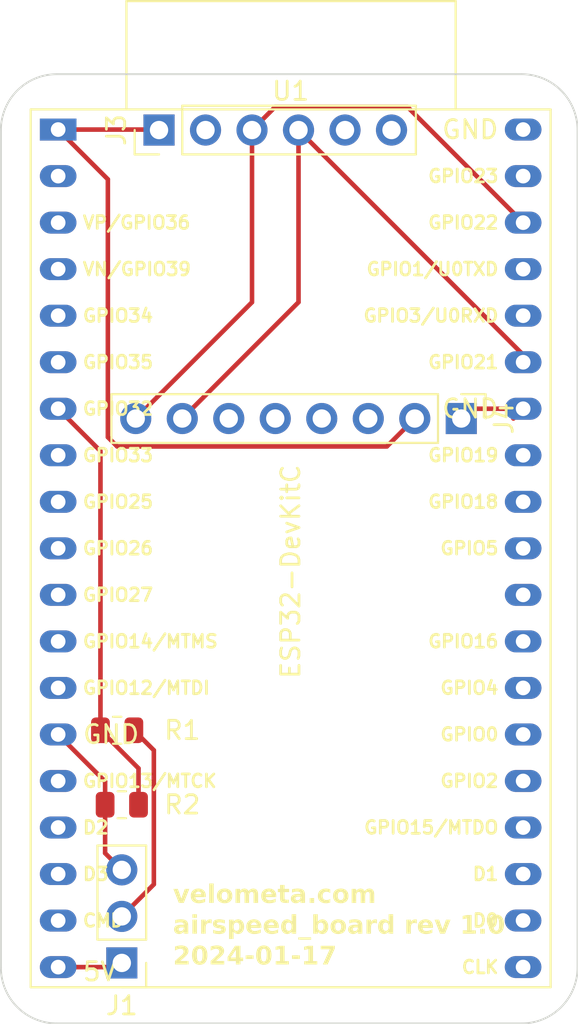
<source format=kicad_pcb>
(kicad_pcb (version 20221018) (generator pcbnew)
  (layers (0 "F.Cu" signal) (31 "B.Cu" signal) (34 "B.Paste" user) (35 "F.Paste" user) (36 "B.SilkS" user "B.Silkscreen") (37 "F.SilkS" user "F.Silkscreen") (38 "B.Mask" user) (39 "F.Mask" user) (44 "Edge.Cuts" user))
  (net 0 "")
  (net 1 "Net-(J1-Pin_2)")
  (net 2 "GND")
  (net 3 "SCL")
  (net 4 "SDA")
  (net 7 "+5V")
  (net 8 "+3.3V")
  (net 9 "Net-(U1-32K_XP{slash}GPIO32{slash}ADC1_CH4)")
  (footprint "Connector_PinHeader_2.54mm:PinHeader_1x08_P2.54mm_Vertical" (layer "F.Cu") (at 111.252 60.96 -90)
    (fp_text reference "J4" (at 0 -2.33 90) (layer "F.SilkS"))
    (fp_text value "Conn_01x08_Pin" hide)
    (fp_line (start -1.33 -1.33) (end 0 -1.33) (stroke (width 0.12)) (layer "F.SilkS"))
    (fp_line (start -1.33 0) (end -1.33 -1.33) (stroke (width 0.12)) (layer "F.SilkS"))
    (fp_line (start -1.33 1.27) (end -1.33 19.11) (stroke (width 0.12)) (layer "F.SilkS"))
    (fp_line (start -1.33 1.27) (end 1.33 1.27) (stroke (width 0.12)) (layer "F.SilkS"))
    (fp_line (start -1.33 19.11) (end 1.33 19.11) (stroke (width 0.12)) (layer "F.SilkS"))
    (fp_line (start 1.33 1.27) (end 1.33 19.11) (stroke (width 0.12)) (layer "F.SilkS"))
    (pad "1" thru_hole rect (at 0 0 270) (size 1.7 1.7) (drill 1) (layers "*.Cu" "*.Mask") (net 2 "GND"))
    (pad "2" thru_hole oval (at 0 2.54 270) (size 1.7 1.7) (drill 1) (layers "*.Cu" "*.Mask") (net 8 "+3.3V"))
    (pad "3" thru_hole oval (at 0 5.08 270) (size 1.7 1.7) (drill 1) (layers "*.Cu" "*.Mask"))
    (pad "4" thru_hole oval (at 0 7.62 270) (size 1.7 1.7) (drill 1) (layers "*.Cu" "*.Mask"))
    (pad "5" thru_hole oval (at 0 10.16 270) (size 1.7 1.7) (drill 1) (layers "*.Cu" "*.Mask"))
    (pad "6" thru_hole oval (at 0 12.7 270) (size 1.7 1.7) (drill 1) (layers "*.Cu" "*.Mask"))
    (pad "7" thru_hole oval (at 0 15.24 270) (size 1.7 1.7) (drill 1) (layers "*.Cu" "*.Mask") (net 4 "SDA"))
    (pad "8" thru_hole oval (at 0 17.78 270) (size 1.7 1.7) (drill 1) (layers "*.Cu" "*.Mask") (net 3 "SCL"))
  )
  (footprint "Resistor_SMD:R_0805_2012Metric" (layer "F.Cu") (at 92.456 77.978 180)
    (fp_text reference "R1" (at -3.556 0) (layer "F.SilkS"))
    (fp_text value "4k7")
    (fp_line (start -0.227064 -0.735) (end 0.227064 -0.735) (stroke (width 0.12)) (layer "F.SilkS"))
    (fp_line (start -0.227064 0.735) (end 0.227064 0.735) (stroke (width 0.12)) (layer "F.SilkS"))
    (pad "1" smd roundrect (at -0.9125 0 180) (size 1.025 1.4) (layers "F.Cu" "F.Paste" "F.Mask") (roundrect_rratio 0.243902439) (net 1 "Net-(J1-Pin_2)"))
    (pad "2" smd roundrect (at 0.9125 0 180) (size 1.025 1.4) (layers "F.Cu" "F.Paste" "F.Mask") (roundrect_rratio 0.243902439) (net 9 "Net-(U1-32K_XP{slash}GPIO32{slash}ADC1_CH4)"))
  )
  (footprint "Resistor_SMD:R_0805_2012Metric" (layer "F.Cu") (at 92.71 82.042 180)
    (fp_text reference "R2" (at -3.302 0) (layer "F.SilkS"))
    (fp_text value "10k")
    (fp_line (start -0.227064 -0.735) (end 0.227064 -0.735) (stroke (width 0.12)) (layer "F.SilkS"))
    (fp_line (start -0.227064 0.735) (end 0.227064 0.735) (stroke (width 0.12)) (layer "F.SilkS"))
    (pad "1" smd roundrect (at -0.9125 0 180) (size 1.025 1.4) (layers "F.Cu" "F.Paste" "F.Mask") (roundrect_rratio 0.243902439) (net 9 "Net-(U1-32K_XP{slash}GPIO32{slash}ADC1_CH4)"))
    (pad "2" smd roundrect (at 0.9125 0 180) (size 1.025 1.4) (layers "F.Cu" "F.Paste" "F.Mask") (roundrect_rratio 0.243902439) (net 2 "GND"))
  )
  (footprint "PCM_Espressif:ESP32-DevKitC" (layer "F.Cu") (at 89.2325 45.18612)
    (fp_text reference "U1" (at 12.7 -2.1) (layer "F.SilkS"))
    (fp_text value "ESP32-DevKitC" (at 12.7 24.13 90) (layer "F.SilkS"))
    (fp_text user "CLK" (at 24.13 45.72 unlocked) (layer "F.SilkS") (effects (font (size 0.7 0.7)) (justify right)))
    (fp_text user "D3" (at 1.27 40.64 unlocked) (layer "F.SilkS") (effects (font (size 0.7 0.7)) (justify left)))
    (fp_text user "GPIO0" (at 24.13 33.02 unlocked) (layer "F.SilkS") (effects (font (size 0.7 0.7)) (justify right)))
    (fp_text user "GPIO32" (at 1.27 15.24 unlocked) (layer "F.SilkS") (effects (font (size 0.7 0.7)) (justify left)))
    (fp_text user "GPIO5" (at 24.13 22.86 unlocked) (layer "F.SilkS") (effects (font (size 0.7 0.7)) (justify right)))
    (fp_text user "GPIO15/MTDO" (at 24.13 38.1 unlocked) (layer "F.SilkS") (effects (font (size 0.7 0.7)) (justify right)))
    (fp_text user "GPIO25" (at 1.27 20.32 unlocked) (layer "F.SilkS") (effects (font (size 0.7 0.7)) (justify left)))
    (fp_text user "GPIO1/U0TXD" (at 24.13 7.62 unlocked) (layer "F.SilkS") (effects (font (size 0.7 0.7)) (justify right)))
    (fp_text user "GPIO22" (at 24.13 5.08 unlocked) (layer "F.SilkS") (effects (font (size 0.7 0.7)) (justify right)))
    (fp_text user "GND" (at 1.27 33.02 unlocked) (layer "F.SilkS") (effects (justify left)))
    (fp_text user "GPIO27" (at 1.27 25.4 unlocked) (layer "F.SilkS") (effects (font (size 0.7 0.7)) (justify left)))
    (fp_text user "D2" (at 1.27 38.1 unlocked) (layer "F.SilkS") (effects (font (size 0.7 0.7)) (justify left)))
    (fp_text user "GPIO2" (at 24.13 35.56 unlocked) (layer "F.SilkS") (effects (font (size 0.7 0.7)) (justify right)))
    (fp_text user "GND" (at 24.13 15.24 unlocked) (layer "F.SilkS") (effects (justify right)))
    (fp_text user "GPIO14/MTMS" (at 1.27 27.94 unlocked) (layer "F.SilkS") (effects (font (size 0.7 0.7)) (justify left)))
    (fp_text user "GPIO26" (at 1.27 22.86 unlocked) (layer "F.SilkS") (effects (font (size 0.7 0.7)) (justify left)))
    (fp_text user "CMD" (at 1.27 43.18 unlocked) (layer "F.SilkS") (effects (font (size 0.7 0.7)) (justify left)))
    (fp_text user "VP/GPIO36" (at 1.27 5.08 unlocked) (layer "F.SilkS") (effects (font (size 0.7 0.7)) (justify left)))
    (fp_text user "GPIO34" (at 1.27 10.16 unlocked) (layer "F.SilkS") (effects (font (size 0.7 0.7)) (justify left)))
    (fp_text user "GND" (at 24.13 0 unlocked) (layer "F.SilkS") (effects (justify right)))
    (fp_text user "D0" (at 24.13 43.18 unlocked) (layer "F.SilkS") (effects (font (size 0.7 0.7)) (justify right)))
    (fp_text user "GPIO19" (at 24.13 17.78 unlocked) (layer "F.SilkS") (effects (font (size 0.7 0.7)) (justify right)))
    (fp_text user "5V" (at 1.26632 45.97128 unlocked) (layer "F.SilkS") (effects (justify left)))
    (fp_text user "GPIO21" (at 24.13 12.7 unlocked) (layer "F.SilkS") (effects (font (size 0.7 0.7)) (justify right)))
    (fp_text user "GPIO12/MTDI" (at 1.27 30.48 unlocked) (layer "F.SilkS") (effects (font (size 0.7 0.7)) (justify left)))
    (fp_text user "GPIO3/U0RXD" (at 24.13 10.16 unlocked) (layer "F.SilkS") (effects (font (size 0.7 0.7)) (justify right)))
    (fp_text user "GPIO4" (at 24.13 30.48 unlocked) (layer "F.SilkS") (effects (font (size 0.7 0.7)) (justify right)))
    (fp_text user "D1" (at 24.13 40.64 unlocked) (layer "F.SilkS") (effects (font (size 0.7 0.7)) (justify right)))
    (fp_text user "GPIO35" (at 1.27 12.7 unlocked) (layer "F.SilkS") (effects (font (size 0.7 0.7)) (justify left)))
    (fp_text user "GPIO33" (at 1.27 17.78 unlocked) (layer "F.SilkS") (effects (font (size 0.7 0.7)) (justify left)))
    (fp_text user "VN/GPIO39" (at 1.27 7.62 unlocked) (layer "F.SilkS") (effects (font (size 0.7 0.7)) (justify left)))
    (fp_text user "GPIO18" (at 24.13 20.32 unlocked) (layer "F.SilkS") (effects (font (size 0.7 0.7)) (justify right)))
    (fp_text user "GPIO16" (at 24.13 27.94 unlocked) (layer "F.SilkS") (effects (font (size 0.7 0.7)) (justify right)))
    (fp_text user "GPIO23" (at 24.13 2.54 unlocked) (layer "F.SilkS") (effects (font (size 0.7 0.7)) (justify right)))
    (fp_text user "GPIO13/MTCK" (at 1.27 35.56 unlocked) (layer "F.SilkS") (effects (font (size 0.7 0.7)) (justify left)))
    (fp_line (start -1.5 46.82) (end 26.899999 46.82) (stroke (width 0.12)) (layer "F.SilkS"))
    (fp_line (start -1.499999 -1.1) (end -1.5 46.82) (stroke (width 0.12)) (layer "F.SilkS"))
    (fp_line (start 3.73012 -7.01312) (end 21.71332 -7.01312) (stroke (width 0.12)) (layer "F.SilkS"))
    (fp_line (start 3.73012 -1.12032) (end 3.73012 -7.01312) (stroke (width 0.12)) (layer "F.SilkS"))
    (fp_line (start 21.71332 -7.01312) (end 21.71332 -1.12032) (stroke (width 0.12)) (layer "F.SilkS"))
    (fp_line (start 26.899999 46.82) (end 26.9 -1.1) (stroke (width 0.12)) (layer "F.SilkS"))
    (fp_line (start 26.9 -1.1) (end -1.499999 -1.1) (stroke (width 0.12)) (layer "F.SilkS"))
    (pad "1" thru_hole rect (at 0 0 270) (size 1.2 2) (drill 0.8) (layers "*.Cu" "*.Mask") (net 8 "+3.3V"))
    (pad "2" thru_hole oval (at 0 2.54 270) (size 1.2 2) (drill 0.8) (layers "*.Cu" "*.Mask"))
    (pad "3" thru_hole oval (at 0 5.08 270) (size 1.2 2) (drill 0.8) (layers "*.Cu" "*.Mask"))
    (pad "4" thru_hole oval (at 0 7.62 270) (size 1.2 2) (drill 0.8) (layers "*.Cu" "*.Mask"))
    (pad "5" thru_hole oval (at 0 10.16 270) (size 1.2 2) (drill 0.8) (layers "*.Cu" "*.Mask"))
    (pad "6" thru_hole oval (at 0 12.7 270) (size 1.2 2) (drill 0.8) (layers "*.Cu" "*.Mask"))
    (pad "7" thru_hole oval (at 0 15.24 270) (size 1.2 2) (drill 0.8) (layers "*.Cu" "*.Mask") (net 9 "Net-(U1-32K_XP{slash}GPIO32{slash}ADC1_CH4)"))
    (pad "8" thru_hole oval (at 0 17.78 270) (size 1.2 2) (drill 0.8) (layers "*.Cu" "*.Mask"))
    (pad "9" thru_hole oval (at 0 20.32 270) (size 1.2 2) (drill 0.8) (layers "*.Cu" "*.Mask"))
    (pad "10" thru_hole oval (at 0 22.86 270) (size 1.2 2) (drill 0.8) (layers "*.Cu" "*.Mask"))
    (pad "11" thru_hole oval (at 0 25.4 270) (size 1.2 2) (drill 0.8) (layers "*.Cu" "*.Mask"))
    (pad "12" thru_hole oval (at 0 27.94 270) (size 1.2 2) (drill 0.8) (layers "*.Cu" "*.Mask"))
    (pad "13" thru_hole oval (at 0 30.48 270) (size 1.2 2) (drill 0.8) (layers "*.Cu" "*.Mask"))
    (pad "14" thru_hole oval (at 0 33.02 270) (size 1.2 2) (drill 0.8) (layers "*.Cu" "*.Mask") (net 2 "GND"))
    (pad "15" thru_hole oval (at 0 35.56 270) (size 1.2 2) (drill 0.8) (layers "*.Cu" "*.Mask"))
    (pad "16" thru_hole oval (at 0 38.1 270) (size 1.2 2) (drill 0.8) (layers "*.Cu" "*.Mask"))
    (pad "17" thru_hole oval (at 0 40.64 270) (size 1.2 2) (drill 0.8) (layers "*.Cu" "*.Mask"))
    (pad "18" thru_hole oval (at 0 43.18 270) (size 1.2 2) (drill 0.8) (layers "*.Cu" "*.Mask"))
    (pad "19" thru_hole oval (at 0 45.72 270) (size 1.2 2) (drill 0.8) (layers "*.Cu" "*.Mask") (net 7 "+5V"))
    (pad "20" thru_hole oval (at 25.39632 45.71728 270) (size 1.2 2) (drill 0.8) (layers "*.Cu" "*.Mask"))
    (pad "21" thru_hole oval (at 25.39632 43.17728 270) (size 1.2 2) (drill 0.8) (layers "*.Cu" "*.Mask"))
    (pad "22" thru_hole oval (at 25.4 40.64 270) (size 1.2 2) (drill 0.8) (layers "*.Cu" "*.Mask"))
    (pad "23" thru_hole oval (at 25.4 38.1 270) (size 1.2 2) (drill 0.8) (layers "*.Cu" "*.Mask"))
    (pad "24" thru_hole oval (at 25.4 35.56 270) (size 1.2 2) (drill 0.8) (layers "*.Cu" "*.Mask"))
    (pad "25" thru_hole oval (at 25.4 33.02 270) (size 1.2 2) (drill 0.8) (layers "*.Cu" "*.Mask"))
    (pad "26" thru_hole oval (at 25.4 30.48 270) (size 1.2 2) (drill 0.8) (layers "*.Cu" "*.Mask"))
    (pad "27" thru_hole oval (at 25.4 27.94 270) (size 1.2 2) (drill 0.8) (layers "*.Cu" "*.Mask"))
    (pad "28" thru_hole oval (at 25.4 25.4 270) (size 1.2 2) (drill 0.8) (layers "*.Cu" "*.Mask"))
    (pad "29" thru_hole oval (at 25.4 22.86 270) (size 1.2 2) (drill 0.8) (layers "*.Cu" "*.Mask"))
    (pad "30" thru_hole oval (at 25.4 20.32 270) (size 1.2 2) (drill 0.8) (layers "*.Cu" "*.Mask"))
    (pad "31" thru_hole oval (at 25.4 17.78 270) (size 1.2 2) (drill 0.8) (layers "*.Cu" "*.Mask"))
    (pad "32" thru_hole oval (at 25.4 15.24 270) (size 1.2 2) (drill 0.8) (layers "*.Cu" "*.Mask") (net 2 "GND"))
    (pad "33" thru_hole oval (at 25.4 12.7 270) (size 1.2 2) (drill 0.8) (layers "*.Cu" "*.Mask") (net 4 "SDA"))
    (pad "34" thru_hole oval (at 25.4 10.16 270) (size 1.2 2) (drill 0.8) (layers "*.Cu" "*.Mask"))
    (pad "35" thru_hole oval (at 25.4 7.62 270) (size 1.2 2) (drill 0.8) (layers "*.Cu" "*.Mask"))
    (pad "36" thru_hole oval (at 25.4 5.08 270) (size 1.2 2) (drill 0.8) (layers "*.Cu" "*.Mask") (net 3 "SCL"))
    (pad "37" thru_hole oval (at 25.4 2.54 270) (size 1.2 2) (drill 0.8) (layers "*.Cu" "*.Mask"))
    (pad "38" thru_hole oval (at 25.4 0 270) (size 1.2 2) (drill 0.8) (layers "*.Cu" "*.Mask") (net 2 "GND"))
  )
  (footprint "Connector_PinHeader_2.54mm:PinHeader_1x06_P2.54mm_Vertical" (layer "F.Cu") (at 94.742 45.212 90)
    (fp_text reference "J3" (at 0 -2.33 90) (layer "F.SilkS"))
    (fp_text value "Conn_01x06_Pin")
    (fp_line (start -1.33 -1.33) (end 0 -1.33) (stroke (width 0.12)) (layer "F.SilkS"))
    (fp_line (start -1.33 0) (end -1.33 -1.33) (stroke (width 0.12)) (layer "F.SilkS"))
    (fp_line (start -1.33 1.27) (end -1.33 14.03) (stroke (width 0.12)) (layer "F.SilkS"))
    (fp_line (start -1.33 1.27) (end 1.33 1.27) (stroke (width 0.12)) (layer "F.SilkS"))
    (fp_line (start -1.33 14.03) (end 1.33 14.03) (stroke (width 0.12)) (layer "F.SilkS"))
    (fp_line (start 1.33 1.27) (end 1.33 14.03) (stroke (width 0.12)) (layer "F.SilkS"))
    (pad "1" thru_hole rect (at 0 0 90) (size 1.7 1.7) (drill 1) (layers "*.Cu" "*.Mask") (net 8 "+3.3V"))
    (pad "2" thru_hole oval (at 0 2.54 90) (size 1.7 1.7) (drill 1) (layers "*.Cu" "*.Mask") (net 2 "GND"))
    (pad "3" thru_hole oval (at 0 5.08 90) (size 1.7 1.7) (drill 1) (layers "*.Cu" "*.Mask") (net 3 "SCL"))
    (pad "4" thru_hole oval (at 0 7.62 90) (size 1.7 1.7) (drill 1) (layers "*.Cu" "*.Mask") (net 4 "SDA"))
    (pad "5" thru_hole oval (at 0 10.16 90) (size 1.7 1.7) (drill 1) (layers "*.Cu" "*.Mask"))
    (pad "6" thru_hole oval (at 0 12.7 90) (size 1.7 1.7) (drill 1) (layers "*.Cu" "*.Mask"))
  )
  (footprint "Connector_PinHeader_2.54mm:PinHeader_1x03_P2.54mm_Vertical" (layer "F.Cu") (at 92.71 90.678 180)
    (fp_text reference "J1" (at 0 -2.33) (layer "F.SilkS"))
    (fp_text value "Conn_01x03_Pin" hide)
    (fp_line (start -1.33 -1.33) (end 0 -1.33) (stroke (width 0.12)) (layer "F.SilkS"))
    (fp_line (start -1.33 0) (end -1.33 -1.33) (stroke (width 0.12)) (layer "F.SilkS"))
    (fp_line (start -1.33 1.27) (end -1.33 6.41) (stroke (width 0.12)) (layer "F.SilkS"))
    (fp_line (start -1.33 1.27) (end 1.33 1.27) (stroke (width 0.12)) (layer "F.SilkS"))
    (fp_line (start -1.33 6.41) (end 1.33 6.41) (stroke (width 0.12)) (layer "F.SilkS"))
    (fp_line (start 1.33 1.27) (end 1.33 6.41) (stroke (width 0.12)) (layer "F.SilkS"))
    (pad "1" thru_hole rect (at 0 0 180) (size 1.7 1.7) (drill 1) (layers "*.Cu" "*.Mask") (net 7 "+5V"))
    (pad "2" thru_hole oval (at 0 2.54 180) (size 1.7 1.7) (drill 1) (layers "*.Cu" "*.Mask") (net 1 "Net-(J1-Pin_2)"))
    (pad "3" thru_hole oval (at 0 5.08 180) (size 1.7 1.7) (drill 1) (layers "*.Cu" "*.Mask") (net 2 "GND"))
  )
  (gr_arc (start 117.601998 90.929007) (mid 116.710319 93.086203) (end 114.553999 93.98) (stroke (width 0.1)) (layer "Edge.Cuts"))
  (gr_line (start 86.106 90.931999) (end 86.106002 45.214993) (stroke (width 0.1)) (layer "Edge.Cuts"))
  (gr_line (start 117.602 45.212) (end 117.601998 90.929007) (stroke (width 0.1)) (layer "Edge.Cuts"))
  (gr_line (start 89.154001 42.164) (end 114.551007 42.164001) (stroke (width 0.1)) (layer "Edge.Cuts"))
  (gr_arc (start 114.551007 42.164001) (mid 116.708203 43.05568) (end 117.602 45.212) (stroke (width 0.1)) (layer "Edge.Cuts"))
  (gr_line (start 114.553999 93.98) (end 89.156993 93.979998) (stroke (width 0.1)) (layer "Edge.Cuts"))
  (gr_arc (start 89.156993 93.979998) (mid 86.999797 93.088319) (end 86.106 90.931999) (stroke (width 0.1)) (layer "Edge.Cuts"))
  (gr_arc (start 86.106002 45.214993) (mid 86.997681 43.057797) (end 89.154001 42.164) (stroke (width 0.1)) (layer "Edge.Cuts"))
  (gr_text "velometa.com\nairspeed_board rev 1.0\n2024-01-17" (at 95.504 90.932) (layer "F.SilkS") (effects (font (size 1 1)) (justify left bottom)))
  (segment (start 94.46 79.0695) (end 94.46 86.388) (width 0.25) (layer "F.Cu") (net 1))
  (segment (start 93.3685 77.978) (end 94.46 79.0695) (width 0.25) (layer "F.Cu") (net 1))
  (segment (start 94.46 86.388) (end 92.71 88.138) (width 0.25) (layer "F.Cu") (net 1))
  (segment (start 88.36612 78.20612) (end 89.2325 78.20612) (width 0.25) (layer "F.Cu") (net 2))
  (segment (start 91.7975 80.77112) (end 89.2325 78.20612) (width 0.25) (layer "F.Cu") (net 2))
  (segment (start 114.6325 60.42612) (end 111.78588 60.42612) (width 0.25) (layer "F.Cu") (net 2))
  (segment (start 91.7975 82.042) (end 91.7975 80.77112) (width 0.25) (layer "F.Cu") (net 2))
  (segment (start 91.7975 84.6855) (end 92.71 85.598) (width 0.25) (layer "F.Cu") (net 2))
  (segment (start 91.7975 82.042) (end 91.7975 84.6855) (width 0.25) (layer "F.Cu") (net 2))
  (segment (start 111.78588 60.42612) (end 111.252 60.96) (width 0.25) (layer "F.Cu") (net 2))
  (segment (start 114.09862 60.96) (end 114.6325 60.42612) (width 0.25) (layer "F.Cu") (net 2))
  (segment (start 99.822 45.212) (end 99.822 54.61) (width 0.25) (layer "F.Cu") (net 3))
  (segment (start 108.30838 43.942) (end 101.092 43.942) (width 0.25) (layer "F.Cu") (net 3))
  (segment (start 101.092 43.942) (end 99.822 45.212) (width 0.25) (layer "F.Cu") (net 3))
  (segment (start 114.6325 50.26612) (end 108.30838 43.942) (width 0.25) (layer "F.Cu") (net 3))
  (segment (start 99.822 54.61) (end 93.472 60.96) (width 0.25) (layer "F.Cu") (net 3))
  (segment (start 114.6325 57.88612) (end 114.6325 57.4825) (width 0.25) (layer "F.Cu") (net 4))
  (segment (start 96.012 60.96) (end 102.362 54.61) (width 0.25) (layer "F.Cu") (net 4))
  (segment (start 102.362 54.61) (end 102.362 45.212) (width 0.25) (layer "F.Cu") (net 4))
  (segment (start 114.6325 57.4825) (end 102.362 45.212) (width 0.25) (layer "F.Cu") (net 4))
  (segment (start 113.81788 57.88612) (end 114.6325 57.88612) (width 0.25) (layer "F.Cu") (net 4))
  (segment (start 88.38112 90.90612) (end 89.2325 90.90612) (width 0.25) (layer "F.Cu") (net 7))
  (segment (start 92.48188 90.90612) (end 92.71 90.678) (width 0.25) (layer "F.Cu") (net 7))
  (segment (start 89.2325 90.90612) (end 92.48188 90.90612) (width 0.25) (layer "F.Cu") (net 7))
  (segment (start 89.46062 90.678) (end 89.2325 90.90612) (width 0.25) (layer "B.Cu") (net 7))
  (segment (start 92.456 62.484) (end 91.948 61.976) (width 0.25) (layer "F.Cu") (net 8))
  (segment (start 91.948 61.976) (end 91.948 47.90162) (width 0.25) (layer "F.Cu") (net 8))
  (segment (start 89.2325 45.18612) (end 94.71612 45.18612) (width 0.25) (layer "F.Cu") (net 8))
  (segment (start 91.948 47.90162) (end 89.2325 45.18612) (width 0.25) (layer "F.Cu") (net 8))
  (segment (start 107.188 62.484) (end 92.456 62.484) (width 0.25) (layer "F.Cu") (net 8))
  (segment (start 94.71612 45.18612) (end 94.742 45.212) (width 0.25) (layer "F.Cu") (net 8))
  (segment (start 108.712 60.96) (end 107.188 62.484) (width 0.25) (layer "F.Cu") (net 8))
  (segment (start 91.5435 62.73712) (end 91.5435 77.978) (width 0.25) (layer "F.Cu") (net 9))
  (segment (start 93.6225 80.057) (end 93.6225 82.042) (width 0.25) (layer "F.Cu") (net 9))
  (segment (start 89.2325 60.42612) (end 91.5435 62.73712) (width 0.25) (layer "F.Cu") (net 9))
  (segment (start 91.5435 77.978) (end 93.6225 80.057) (width 0.25) (layer "F.Cu") (net 9))
)
</source>
